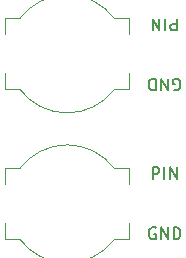
<source format=gto>
G04 #@! TF.GenerationSoftware,KiCad,Pcbnew,(5.1.2-1)-1*
G04 #@! TF.CreationDate,2020-04-09T00:01:10-04:00*
G04 #@! TF.ProjectId,rca_breadboard_adapter,7263615f-6272-4656-9164-626f6172645f,rev?*
G04 #@! TF.SameCoordinates,Original*
G04 #@! TF.FileFunction,Legend,Top*
G04 #@! TF.FilePolarity,Positive*
%FSLAX46Y46*%
G04 Gerber Fmt 4.6, Leading zero omitted, Abs format (unit mm)*
G04 Created by KiCad (PCBNEW (5.1.2-1)-1) date 2020-04-09 00:01:10*
%MOMM*%
%LPD*%
G04 APERTURE LIST*
%ADD10C,0.150000*%
%ADD11C,0.120000*%
G04 APERTURE END LIST*
D10*
X156336904Y-55110000D02*
X156432142Y-55157619D01*
X156575000Y-55157619D01*
X156717857Y-55110000D01*
X156813095Y-55014761D01*
X156860714Y-54919523D01*
X156908333Y-54729047D01*
X156908333Y-54586190D01*
X156860714Y-54395714D01*
X156813095Y-54300476D01*
X156717857Y-54205238D01*
X156575000Y-54157619D01*
X156479761Y-54157619D01*
X156336904Y-54205238D01*
X156289285Y-54252857D01*
X156289285Y-54586190D01*
X156479761Y-54586190D01*
X155860714Y-54157619D02*
X155860714Y-55157619D01*
X155289285Y-54157619D01*
X155289285Y-55157619D01*
X154813095Y-54157619D02*
X154813095Y-55157619D01*
X154575000Y-55157619D01*
X154432142Y-55110000D01*
X154336904Y-55014761D01*
X154289285Y-54919523D01*
X154241666Y-54729047D01*
X154241666Y-54586190D01*
X154289285Y-54395714D01*
X154336904Y-54300476D01*
X154432142Y-54205238D01*
X154575000Y-54157619D01*
X154813095Y-54157619D01*
X156598809Y-49077619D02*
X156598809Y-50077619D01*
X156217857Y-50077619D01*
X156122619Y-50030000D01*
X156075000Y-49982380D01*
X156027380Y-49887142D01*
X156027380Y-49744285D01*
X156075000Y-49649047D01*
X156122619Y-49601428D01*
X156217857Y-49553809D01*
X156598809Y-49553809D01*
X155598809Y-49077619D02*
X155598809Y-50077619D01*
X155122619Y-49077619D02*
X155122619Y-50077619D01*
X154551190Y-49077619D01*
X154551190Y-50077619D01*
X154813095Y-66810000D02*
X154717857Y-66762380D01*
X154575000Y-66762380D01*
X154432142Y-66810000D01*
X154336904Y-66905238D01*
X154289285Y-67000476D01*
X154241666Y-67190952D01*
X154241666Y-67333809D01*
X154289285Y-67524285D01*
X154336904Y-67619523D01*
X154432142Y-67714761D01*
X154575000Y-67762380D01*
X154670238Y-67762380D01*
X154813095Y-67714761D01*
X154860714Y-67667142D01*
X154860714Y-67333809D01*
X154670238Y-67333809D01*
X155289285Y-67762380D02*
X155289285Y-66762380D01*
X155860714Y-67762380D01*
X155860714Y-66762380D01*
X156336904Y-67762380D02*
X156336904Y-66762380D01*
X156575000Y-66762380D01*
X156717857Y-66810000D01*
X156813095Y-66905238D01*
X156860714Y-67000476D01*
X156908333Y-67190952D01*
X156908333Y-67333809D01*
X156860714Y-67524285D01*
X156813095Y-67619523D01*
X156717857Y-67714761D01*
X156575000Y-67762380D01*
X156336904Y-67762380D01*
X154551190Y-62682380D02*
X154551190Y-61682380D01*
X154932142Y-61682380D01*
X155027380Y-61730000D01*
X155075000Y-61777619D01*
X155122619Y-61872857D01*
X155122619Y-62015714D01*
X155075000Y-62110952D01*
X155027380Y-62158571D01*
X154932142Y-62206190D01*
X154551190Y-62206190D01*
X155551190Y-62682380D02*
X155551190Y-61682380D01*
X156027380Y-62682380D02*
X156027380Y-61682380D01*
X156598809Y-62682380D01*
X156598809Y-61682380D01*
D11*
X152570000Y-49070000D02*
X152570000Y-50410000D01*
X152570000Y-55070000D02*
X152570000Y-53730000D01*
X142070000Y-55070000D02*
X142070000Y-53730000D01*
X142070000Y-49070000D02*
X142070000Y-50390000D01*
X142070000Y-49070000D02*
X143290000Y-49070000D01*
X142070000Y-55070000D02*
X143300000Y-55070000D01*
X152570000Y-55070000D02*
X151310000Y-55070000D01*
X152570000Y-49070000D02*
X151290000Y-49070000D01*
X151283120Y-55118554D02*
G75*
G02X143320000Y-55070000I-3963120J3048554D01*
G01*
X143320000Y-49070001D02*
G75*
G02X151319999Y-49070000I4000000J-2999999D01*
G01*
X152570000Y-61770000D02*
X152570000Y-63110000D01*
X152570000Y-67770000D02*
X152570000Y-66430000D01*
X142070000Y-67770000D02*
X142070000Y-66430000D01*
X142070000Y-61770000D02*
X142070000Y-63090000D01*
X142070000Y-61770000D02*
X143290000Y-61770000D01*
X142070000Y-67770000D02*
X143300000Y-67770000D01*
X152570000Y-67770000D02*
X151310000Y-67770000D01*
X152570000Y-61770000D02*
X151290000Y-61770000D01*
X151283120Y-67818554D02*
G75*
G02X143320000Y-67770000I-3963120J3048554D01*
G01*
X143320000Y-61770001D02*
G75*
G02X151319999Y-61770000I4000000J-2999999D01*
G01*
M02*

</source>
